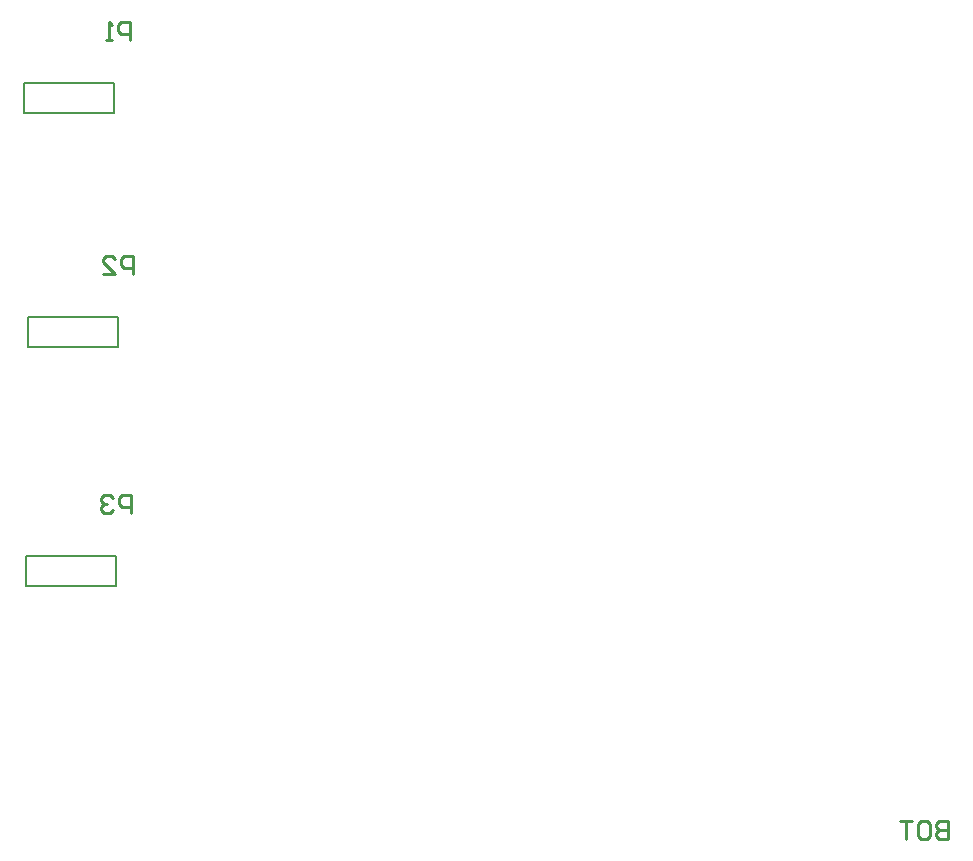
<source format=gbr>
G04 Layer_Color=32896*
%FSLAX26Y26*%
%MOIN*%
%TF.FileFunction,Legend,Bot*%
%TF.Part,Single*%
G01*
G75*
%TA.AperFunction,NonConductor*%
%ADD20C,0.007874*%
%ADD21C,0.010000*%
D20*
X441575Y-2130000D02*
Y-2030000D01*
Y-2130000D02*
X741575D01*
Y-2030000D01*
X441575D02*
X741575D01*
X430000Y-1350000D02*
Y-1250000D01*
Y-1350000D02*
X730000D01*
Y-1250000D01*
X430000D02*
X730000D01*
X435000Y-2925000D02*
Y-2825000D01*
Y-2925000D02*
X735000D01*
Y-2825000D01*
X435000D02*
X735000D01*
D21*
X792953Y-1887024D02*
Y-1827043D01*
X762962D01*
X752966Y-1837040D01*
Y-1857033D01*
X762962Y-1867030D01*
X792953D01*
X692985Y-1887024D02*
X732972D01*
X692985Y-1847037D01*
Y-1837040D01*
X702982Y-1827043D01*
X722975D01*
X732972Y-1837040D01*
X780953Y-1107024D02*
Y-1047043D01*
X750962D01*
X740966Y-1057040D01*
Y-1077033D01*
X750962Y-1087030D01*
X780953D01*
X720972Y-1107024D02*
X700979D01*
X710975D01*
Y-1047043D01*
X720972Y-1057040D01*
X785953Y-2682024D02*
Y-2622043D01*
X755962D01*
X745966Y-2632040D01*
Y-2652033D01*
X755962Y-2662030D01*
X785953D01*
X725972Y-2632040D02*
X715975Y-2622043D01*
X695982D01*
X685985Y-2632040D01*
Y-2642037D01*
X695982Y-2652033D01*
X705979D01*
X695982D01*
X685985Y-2662030D01*
Y-2672027D01*
X695982Y-2682024D01*
X715975D01*
X725972Y-2672027D01*
X3510000Y-3709547D02*
Y-3769528D01*
X3480010D01*
X3470013Y-3759531D01*
Y-3749534D01*
X3480010Y-3739537D01*
X3510000D01*
X3480010D01*
X3470013Y-3729540D01*
Y-3719544D01*
X3480010Y-3709547D01*
X3510000D01*
X3420029D02*
X3440023D01*
X3450019Y-3719544D01*
Y-3759531D01*
X3440023Y-3769528D01*
X3420029D01*
X3410032Y-3759531D01*
Y-3719544D01*
X3420029Y-3709547D01*
X3390039D02*
X3350052D01*
X3370045D01*
Y-3769528D01*
%TF.MD5,267578d38aa292b21a45c68e717b7cc3*%
M02*

</source>
